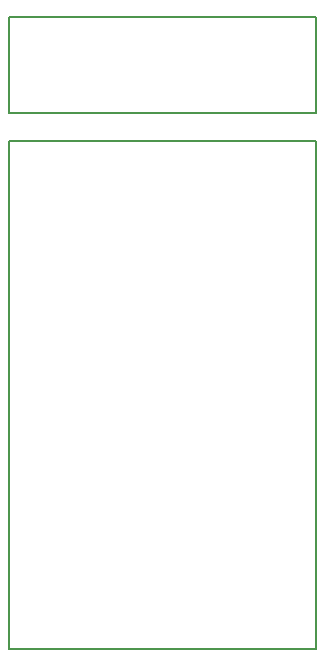
<source format=gbr>
G04 #@! TF.FileFunction,Profile,NP*
%FSLAX46Y46*%
G04 Gerber Fmt 4.6, Leading zero omitted, Abs format (unit mm)*
G04 Created by KiCad (PCBNEW (2016-11-06 revision 9ab7cfe)-master) date Tue Jan 10 10:26:56 2017*
%MOMM*%
%LPD*%
G01*
G04 APERTURE LIST*
%ADD10C,0.100000*%
%ADD11C,0.200000*%
G04 APERTURE END LIST*
D10*
D11*
X118410000Y-107460000D02*
X118410000Y-64460000D01*
X92410000Y-107460000D02*
X118410000Y-107460000D01*
X92410000Y-64460000D02*
X92410000Y-107460000D01*
X118410000Y-64460000D02*
X92410000Y-64460000D01*
X92410000Y-53960000D02*
X118410000Y-53960000D01*
X92410000Y-53960000D02*
X92410000Y-62060000D01*
X118410000Y-62060000D02*
X118410000Y-53960000D01*
X92410000Y-62060000D02*
X118410000Y-62060000D01*
M02*

</source>
